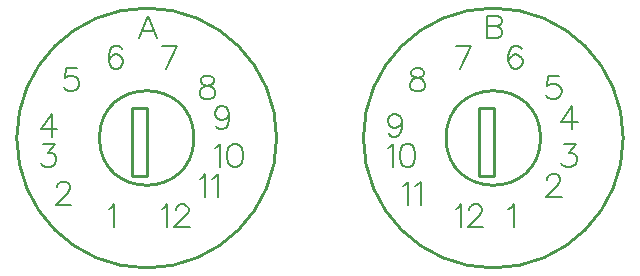
<source format=gto>
G04 Layer: TopSilkscreenLayer*
G04 EasyEDA v6.5.22, 2023-02-07 10:05:31*
G04 24e3a34850004dcea71f034b172b0f1c,75b3b602af0e4f63a68ccc19c93352f5,10*
G04 Gerber Generator version 0.2*
G04 Scale: 100 percent, Rotated: No, Reflected: No *
G04 Dimensions in millimeters *
G04 leading zeros omitted , absolute positions ,4 integer and 5 decimal *
%FSLAX45Y45*%
%MOMM*%

%ADD10C,0.2032*%
%ADD11C,0.2540*%

%LPD*%
D10*
X-320039Y-599947D02*
G01*
X-301497Y-590550D01*
X-273812Y-562863D01*
X-273812Y-756920D01*
X-758697Y-417068D02*
G01*
X-758697Y-407923D01*
X-749554Y-389381D01*
X-740410Y-380237D01*
X-721868Y-370839D01*
X-684784Y-370839D01*
X-666495Y-380237D01*
X-657097Y-389381D01*
X-647954Y-407923D01*
X-647954Y-426465D01*
X-657097Y-444754D01*
X-675639Y-472439D01*
X-768095Y-564895D01*
X-638810Y-564895D01*
X-877570Y-51054D02*
G01*
X-775970Y-51054D01*
X-831342Y-124968D01*
X-803655Y-124968D01*
X-785113Y-134112D01*
X-775970Y-143255D01*
X-766571Y-170942D01*
X-766571Y-189484D01*
X-775970Y-217170D01*
X-794257Y-235712D01*
X-822197Y-244855D01*
X-849884Y-244855D01*
X-877570Y-235712D01*
X-886713Y-226568D01*
X-895857Y-208026D01*
X-803655Y204978D02*
G01*
X-895857Y75692D01*
X-757428Y75692D01*
X-803655Y204978D02*
G01*
X-803655Y11176D01*
X-593089Y589026D02*
G01*
X-685545Y589026D01*
X-694689Y505968D01*
X-685545Y515112D01*
X-657860Y524510D01*
X-630173Y524510D01*
X-602487Y515112D01*
X-583945Y496570D01*
X-574802Y468884D01*
X-574802Y450595D01*
X-583945Y422910D01*
X-602487Y404368D01*
X-630173Y394970D01*
X-657860Y394970D01*
X-685545Y404368D01*
X-694689Y413512D01*
X-704087Y432054D01*
X-209042Y753363D02*
G01*
X-218439Y771905D01*
X-246126Y781050D01*
X-264668Y781050D01*
X-292354Y771905D01*
X-310642Y744220D01*
X-320039Y697992D01*
X-320039Y651763D01*
X-310642Y614679D01*
X-292354Y596392D01*
X-264668Y586994D01*
X-255270Y586994D01*
X-227584Y596392D01*
X-209042Y614679D01*
X-199897Y642620D01*
X-199897Y651763D01*
X-209042Y679450D01*
X-227584Y697992D01*
X-255270Y707136D01*
X-264668Y707136D01*
X-292354Y697992D01*
X-310642Y679450D01*
X-320039Y651763D01*
X257302Y781050D02*
G01*
X164845Y586994D01*
X128015Y781050D02*
G01*
X257302Y781050D01*
X494284Y525018D02*
G01*
X466597Y515873D01*
X457200Y497331D01*
X457200Y478789D01*
X466597Y460502D01*
X484886Y451104D01*
X521970Y441960D01*
X549655Y432562D01*
X568197Y414273D01*
X577342Y395731D01*
X577342Y368045D01*
X568197Y349504D01*
X558800Y340360D01*
X531113Y330962D01*
X494284Y330962D01*
X466597Y340360D01*
X457200Y349504D01*
X448055Y368045D01*
X448055Y395731D01*
X457200Y414273D01*
X475742Y432562D01*
X503428Y441960D01*
X540257Y451104D01*
X558800Y460502D01*
X568197Y478789D01*
X568197Y497331D01*
X558800Y515873D01*
X531113Y525018D01*
X494284Y525018D01*
X695959Y204470D02*
G01*
X686815Y176784D01*
X668274Y158242D01*
X640587Y149097D01*
X631444Y149097D01*
X603757Y158242D01*
X585215Y176784D01*
X576071Y204470D01*
X576071Y213613D01*
X585215Y241300D01*
X603757Y259842D01*
X631444Y268986D01*
X640587Y268986D01*
X668274Y259842D01*
X686815Y241300D01*
X695959Y204470D01*
X695959Y158242D01*
X686815Y112013D01*
X668274Y84328D01*
X640587Y75184D01*
X622300Y75184D01*
X594360Y84328D01*
X585215Y102870D01*
X576071Y-87884D02*
G01*
X594360Y-78739D01*
X622300Y-51054D01*
X622300Y-244855D01*
X738631Y-51054D02*
G01*
X710945Y-60197D01*
X692404Y-87884D01*
X683259Y-134112D01*
X683259Y-161797D01*
X692404Y-208026D01*
X710945Y-235712D01*
X738631Y-244855D01*
X756920Y-244855D01*
X784859Y-235712D01*
X803147Y-208026D01*
X812545Y-161797D01*
X812545Y-134112D01*
X803147Y-87884D01*
X784859Y-60197D01*
X756920Y-51054D01*
X738631Y-51054D01*
X448055Y-343915D02*
G01*
X466597Y-334771D01*
X494284Y-306831D01*
X494284Y-500887D01*
X555244Y-343915D02*
G01*
X573531Y-334771D01*
X601218Y-306831D01*
X601218Y-500887D01*
X128015Y-599947D02*
G01*
X146557Y-590550D01*
X174244Y-562863D01*
X174244Y-756920D01*
X244347Y-609092D02*
G01*
X244347Y-599947D01*
X253492Y-581405D01*
X262889Y-572262D01*
X281431Y-562863D01*
X318262Y-562863D01*
X336804Y-572262D01*
X345947Y-581405D01*
X355092Y-599947D01*
X355092Y-618489D01*
X345947Y-636778D01*
X327405Y-664463D01*
X235204Y-756920D01*
X364489Y-756920D01*
X9913Y1036718D02*
G01*
X-64000Y842916D01*
X9913Y1036718D02*
G01*
X83827Y842916D01*
X-36314Y907432D02*
G01*
X56141Y907432D01*
X2614929Y-599947D02*
G01*
X2633472Y-590550D01*
X2661158Y-562863D01*
X2661158Y-756920D01*
X2731261Y-609092D02*
G01*
X2731261Y-599947D01*
X2740659Y-581405D01*
X2749804Y-572262D01*
X2768345Y-562863D01*
X2805175Y-562863D01*
X2823718Y-572262D01*
X2832861Y-581405D01*
X2842259Y-599947D01*
X2842259Y-618489D01*
X2832861Y-636778D01*
X2814574Y-664463D01*
X2722118Y-756920D01*
X2851404Y-756920D01*
X2167127Y-407923D02*
G01*
X2185415Y-398779D01*
X2213102Y-370839D01*
X2213102Y-564895D01*
X2274061Y-407923D02*
G01*
X2292604Y-398779D01*
X2320290Y-370839D01*
X2320290Y-564895D01*
X2039111Y-87884D02*
G01*
X2057400Y-78739D01*
X2085086Y-51054D01*
X2085086Y-244855D01*
X2201672Y-51054D02*
G01*
X2173731Y-60197D01*
X2155443Y-87884D01*
X2146045Y-134112D01*
X2146045Y-161797D01*
X2155443Y-208026D01*
X2173731Y-235712D01*
X2201672Y-244855D01*
X2219959Y-244855D01*
X2247645Y-235712D01*
X2266188Y-208026D01*
X2275331Y-161797D01*
X2275331Y-134112D01*
X2266188Y-87884D01*
X2247645Y-60197D01*
X2219959Y-51054D01*
X2201672Y-51054D01*
X2159000Y140462D02*
G01*
X2149856Y112776D01*
X2131313Y94234D01*
X2103627Y85089D01*
X2094484Y85089D01*
X2066797Y94234D01*
X2048256Y112776D01*
X2039111Y140462D01*
X2039111Y149605D01*
X2048256Y177292D01*
X2066797Y195834D01*
X2094484Y204978D01*
X2103627Y204978D01*
X2131313Y195834D01*
X2149856Y177292D01*
X2159000Y140462D01*
X2159000Y94234D01*
X2149856Y48005D01*
X2131313Y20320D01*
X2103627Y11176D01*
X2085086Y11176D01*
X2057400Y20320D01*
X2048256Y38862D01*
X2277109Y589026D02*
G01*
X2249424Y579881D01*
X2240279Y561339D01*
X2240279Y542797D01*
X2249424Y524510D01*
X2267965Y515112D01*
X2304795Y505968D01*
X2332481Y496570D01*
X2351024Y478281D01*
X2360168Y459739D01*
X2360168Y432054D01*
X2351024Y413512D01*
X2341879Y404368D01*
X2314193Y394970D01*
X2277109Y394970D01*
X2249424Y404368D01*
X2240279Y413512D01*
X2230881Y432054D01*
X2230881Y459739D01*
X2240279Y478281D01*
X2258568Y496570D01*
X2286508Y505968D01*
X2323338Y515112D01*
X2341879Y524510D01*
X2351024Y542797D01*
X2351024Y561339D01*
X2341879Y579881D01*
X2314193Y589026D01*
X2277109Y589026D01*
X2744215Y781050D02*
G01*
X2652013Y586994D01*
X2614929Y781050D02*
G01*
X2744215Y781050D01*
X3173729Y753363D02*
G01*
X3164586Y771905D01*
X3136900Y781050D01*
X3118358Y781050D01*
X3090672Y771905D01*
X3072129Y744220D01*
X3062986Y697992D01*
X3062986Y651763D01*
X3072129Y614679D01*
X3090672Y596392D01*
X3118358Y586994D01*
X3127756Y586994D01*
X3155441Y596392D01*
X3173729Y614679D01*
X3183127Y642620D01*
X3183127Y651763D01*
X3173729Y679450D01*
X3155441Y697992D01*
X3127756Y707136D01*
X3118358Y707136D01*
X3090672Y697992D01*
X3072129Y679450D01*
X3062986Y651763D01*
X3493770Y525018D02*
G01*
X3401568Y525018D01*
X3392170Y441960D01*
X3401568Y451104D01*
X3429254Y460502D01*
X3456940Y460502D01*
X3484625Y451104D01*
X3503168Y432562D01*
X3512311Y404876D01*
X3512311Y386587D01*
X3503168Y358902D01*
X3484625Y340360D01*
X3456940Y330962D01*
X3429254Y330962D01*
X3401568Y340360D01*
X3392170Y349504D01*
X3383025Y368045D01*
X3603243Y268986D02*
G01*
X3511041Y139700D01*
X3649472Y139700D01*
X3603243Y268986D02*
G01*
X3603243Y75184D01*
X3529584Y-51054D02*
G01*
X3631184Y-51054D01*
X3575558Y-124968D01*
X3603243Y-124968D01*
X3621786Y-134112D01*
X3631184Y-143255D01*
X3640327Y-170942D01*
X3640327Y-189484D01*
X3631184Y-217170D01*
X3612641Y-235712D01*
X3584956Y-244855D01*
X3557270Y-244855D01*
X3529584Y-235712D01*
X3520186Y-226568D01*
X3511041Y-208026D01*
X3392170Y-353060D02*
G01*
X3392170Y-343915D01*
X3401568Y-325373D01*
X3410711Y-316229D01*
X3429254Y-306831D01*
X3466084Y-306831D01*
X3484625Y-316229D01*
X3493770Y-325373D01*
X3503168Y-343915D01*
X3503168Y-362457D01*
X3493770Y-380745D01*
X3475481Y-408431D01*
X3383025Y-500887D01*
X3512311Y-500887D01*
X3062986Y-599947D02*
G01*
X3081527Y-590550D01*
X3109213Y-562863D01*
X3109213Y-756920D01*
X2879928Y1037051D02*
G01*
X2879928Y842995D01*
X2879928Y1037051D02*
G01*
X2963240Y1037051D01*
X2990926Y1027907D01*
X3000070Y1018509D01*
X3009214Y1000221D01*
X3009214Y981679D01*
X3000070Y963137D01*
X2990926Y953993D01*
X2963240Y944595D01*
X2879928Y944595D02*
G01*
X2963240Y944595D01*
X2990926Y935451D01*
X3000070Y926307D01*
X3009214Y907765D01*
X3009214Y880079D01*
X3000070Y861537D01*
X2990926Y852393D01*
X2963240Y842995D01*
X2879928Y842995D01*
D11*
G75*
G01
X1099998Y0D02*
G03X1099998Y0I-1099998J0D01*
G75*
G01
X399999Y0D02*
G03X399999Y0I-399999J0D01*
G75*
G01
X4034993Y0D02*
G03X4034993Y0I-1099998J0D01*
G75*
G01
X3334995Y0D02*
G03X3334995Y0I-399999J0D01*
X-127990Y256006D02*
G01*
X0Y256006D01*
X0Y-319989D01*
X-127990Y-319989D01*
X-127990Y256006D01*
X2815996Y256006D02*
G01*
X2943986Y256006D01*
X2943986Y-319989D01*
X2815996Y-319989D01*
X2815996Y256006D01*
M02*

</source>
